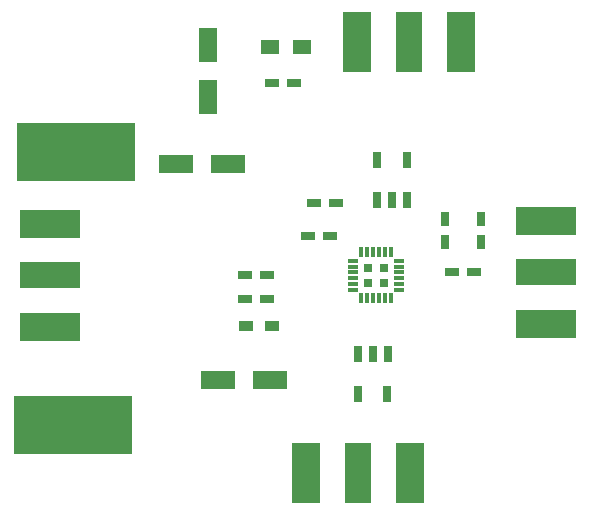
<source format=gtp>
G04 #@! TF.FileFunction,Paste,Top*
%FSLAX46Y46*%
G04 Gerber Fmt 4.6, Leading zero omitted, Abs format (unit mm)*
G04 Created by KiCad (PCBNEW 4.0.4+dfsg1-stable) date Sat Nov 11 18:47:18 2017*
%MOMM*%
%LPD*%
G01*
G04 APERTURE LIST*
%ADD10C,0.100000*%
%ADD11R,0.760000X1.400000*%
%ADD12R,1.200000X0.750000*%
%ADD13R,2.999740X1.600200*%
%ADD14R,0.750000X1.200000*%
%ADD15R,1.600200X2.999740*%
%ADD16R,0.850000X0.300000*%
%ADD17R,0.300000X0.850000*%
%ADD18R,0.780000X0.780000*%
%ADD19R,1.500000X1.300000*%
%ADD20R,5.080000X2.290000*%
%ADD21R,5.080000X2.420000*%
%ADD22R,2.290000X5.080000*%
%ADD23R,2.420000X5.080000*%
%ADD24R,1.200000X0.900000*%
%ADD25R,10.000000X5.000000*%
G04 APERTURE END LIST*
D10*
D11*
X64808100Y-78676500D03*
X63538100Y-78676500D03*
X62268100Y-78676500D03*
X64808100Y-75336400D03*
X62293500Y-75336400D03*
D12*
X53020000Y-85090000D03*
X51120000Y-85090000D03*
X53020000Y-87122000D03*
X51120000Y-87122000D03*
X58354000Y-81788000D03*
X56454000Y-81788000D03*
D13*
X48854360Y-93980000D03*
X53253640Y-93980000D03*
D12*
X70546000Y-84836000D03*
X68646000Y-84836000D03*
D14*
X68072000Y-82230000D03*
X68072000Y-80330000D03*
D13*
X49697640Y-75692000D03*
X45298360Y-75692000D03*
D15*
X48006000Y-65618360D03*
X48006000Y-70017640D03*
D12*
X53406000Y-68834000D03*
X55306000Y-68834000D03*
D16*
X60280000Y-83840000D03*
X60280000Y-84340000D03*
X60280000Y-84840000D03*
X60280000Y-85340000D03*
X60280000Y-85840000D03*
X60280000Y-86340000D03*
D17*
X60980000Y-87040000D03*
X61480000Y-87040000D03*
X61980000Y-87040000D03*
X62480000Y-87040000D03*
X62980000Y-87040000D03*
X63480000Y-87040000D03*
D16*
X64180000Y-86340000D03*
X64180000Y-85840000D03*
X64180000Y-85340000D03*
X64180000Y-84840000D03*
X64180000Y-84340000D03*
X64180000Y-83840000D03*
D17*
X63480000Y-83140000D03*
X62980000Y-83140000D03*
X62480000Y-83140000D03*
X61980000Y-83140000D03*
X61480000Y-83140000D03*
X60980000Y-83140000D03*
D18*
X62880000Y-85740000D03*
X62880000Y-84440000D03*
X61580000Y-85740000D03*
X61580000Y-84440000D03*
D19*
X53260000Y-65786000D03*
X55960000Y-65786000D03*
D20*
X34602000Y-85090000D03*
D21*
X34602000Y-80710000D03*
X34602000Y-89470000D03*
D22*
X65024000Y-65336000D03*
D23*
X69404000Y-65336000D03*
X60644000Y-65336000D03*
D22*
X60706000Y-101796000D03*
D23*
X56326000Y-101796000D03*
X65086000Y-101796000D03*
D20*
X76650000Y-84836000D03*
D21*
X76650000Y-89216000D03*
X76650000Y-80456000D03*
D24*
X53424000Y-89408000D03*
X51224000Y-89408000D03*
D25*
X36830000Y-74676000D03*
X36576000Y-97790000D03*
D14*
X71120000Y-82230000D03*
X71120000Y-80330000D03*
D12*
X58862000Y-78994000D03*
X56962000Y-78994000D03*
D11*
X60667900Y-91757500D03*
X61937900Y-91757500D03*
X63207900Y-91757500D03*
X60667900Y-95097600D03*
X63182500Y-95097600D03*
M02*

</source>
